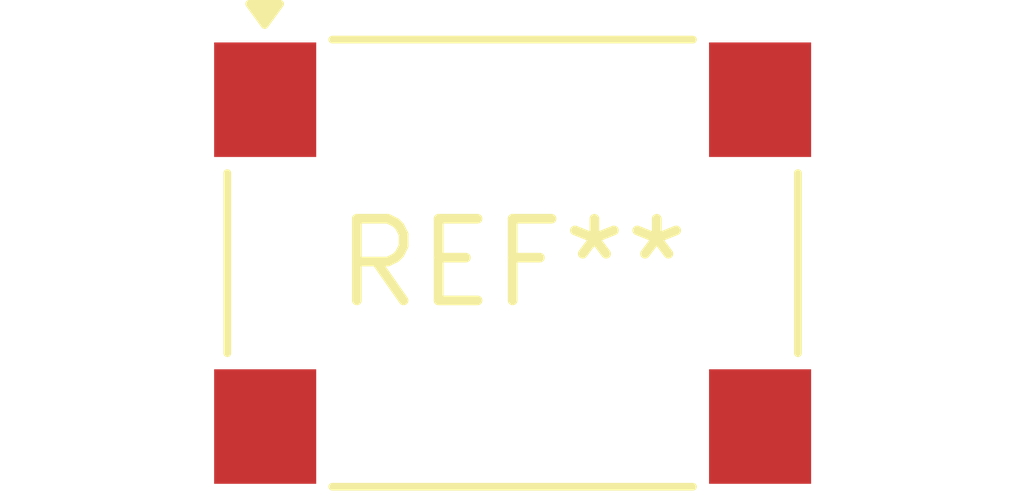
<source format=kicad_pcb>
(kicad_pcb (version 20240108) (generator pcbnew)
  (layers (0 "F.Cu" signal) (31 "B.Cu" signal) (34 "B.Paste" user) (35 "F.Paste" user) (36 "B.SilkS" user "B.Silkscreen") (37 "F.SilkS" user "F.Silkscreen") (38 "B.Mask" user) (39 "F.Mask" user) (44 "Edge.Cuts" user))
  (net 0 "")
  (footprint "Pulse_PA2001NL" (layer "F.Cu") (at 0 0)
    (property "Reference" "REF**")
    (property "Value" "Pulse_PA2001NL")
    (fp_line (start -4.43 1.4) (end -4.43 -1.4) (layer "F.SilkS") (stroke (width 0.12)))
    (fp_line (start -2.8 -3.475) (end 2.8 -3.475) (layer "F.SilkS") (stroke (width 0.12)))
    (fp_line (start -2.8 3.475) (end 2.8 3.475) (layer "F.SilkS") (stroke (width 0.12)))
    (fp_line (start 4.43 1.4) (end 4.43 -1.4) (layer "F.SilkS") (stroke (width 0.12)))
    (fp_poly (pts (xy -3.85 -3.7) (xy -4.09 -4.03) (xy -3.61 -4.03) (xy -3.85 -3.7)) (layer "F.SilkS") (stroke (width 0.12)) (fill solid))
    (pad "1" smd rect (at -3.8425 -2.54) (size 1.585 1.78) (layers "F.Cu" "F.Paste" "F.Mask"))
    (pad "3" smd rect (at -3.8425 2.54) (size 1.585 1.78) (layers "F.Cu" "F.Paste" "F.Mask"))
    (pad "4" smd rect (at 3.8425 2.54) (size 1.585 1.78) (layers "F.Cu" "F.Paste" "F.Mask"))
    (pad "6" smd rect (at 3.8425 -2.54) (size 1.585 1.78) (layers "F.Cu" "F.Paste" "F.Mask"))
  )
)
</source>
